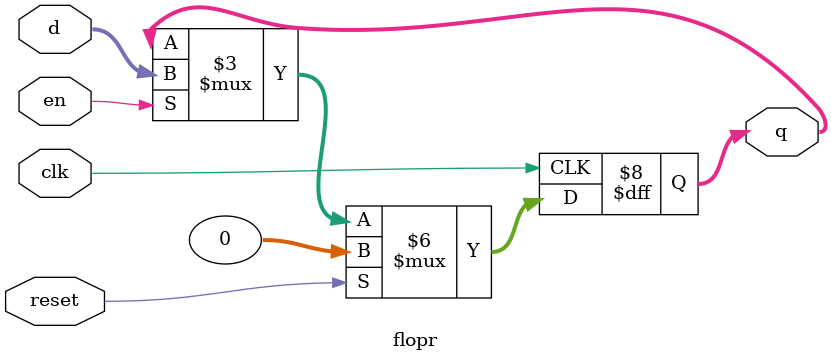
<source format=sv>
`timescale 1ns / 1ps


module flopr
(
input logic clk,en,reset,
input logic [31:0]d,
output logic [31:0]q
    );
initial q <= 0;
always@(posedge clk)
    if(reset)q<=0;
    else if(en) q <= d;
endmodule

</source>
